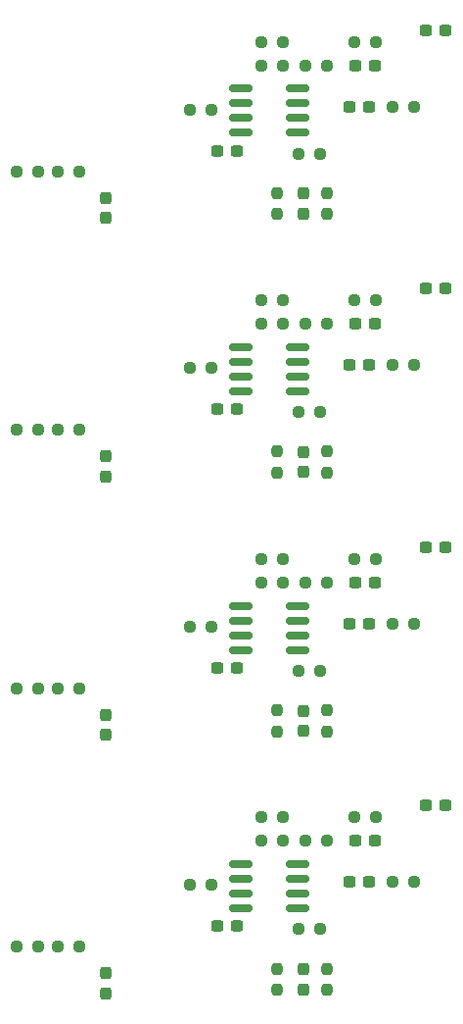
<source format=gbr>
%TF.GenerationSoftware,KiCad,Pcbnew,7.0.9*%
%TF.CreationDate,2023-12-02T23:05:05+09:00*%
%TF.ProjectId,kikit,6b696b69-742e-46b6-9963-61645f706362,rev?*%
%TF.SameCoordinates,Original*%
%TF.FileFunction,Paste,Top*%
%TF.FilePolarity,Positive*%
%FSLAX46Y46*%
G04 Gerber Fmt 4.6, Leading zero omitted, Abs format (unit mm)*
G04 Created by KiCad (PCBNEW 7.0.9) date 2023-12-02 23:05:05*
%MOMM*%
%LPD*%
G01*
G04 APERTURE LIST*
G04 Aperture macros list*
%AMRoundRect*
0 Rectangle with rounded corners*
0 $1 Rounding radius*
0 $2 $3 $4 $5 $6 $7 $8 $9 X,Y pos of 4 corners*
0 Add a 4 corners polygon primitive as box body*
4,1,4,$2,$3,$4,$5,$6,$7,$8,$9,$2,$3,0*
0 Add four circle primitives for the rounded corners*
1,1,$1+$1,$2,$3*
1,1,$1+$1,$4,$5*
1,1,$1+$1,$6,$7*
1,1,$1+$1,$8,$9*
0 Add four rect primitives between the rounded corners*
20,1,$1+$1,$2,$3,$4,$5,0*
20,1,$1+$1,$4,$5,$6,$7,0*
20,1,$1+$1,$6,$7,$8,$9,0*
20,1,$1+$1,$8,$9,$2,$3,0*%
G04 Aperture macros list end*
%ADD10RoundRect,0.237500X0.300000X0.237500X-0.300000X0.237500X-0.300000X-0.237500X0.300000X-0.237500X0*%
%ADD11RoundRect,0.237500X0.250000X0.237500X-0.250000X0.237500X-0.250000X-0.237500X0.250000X-0.237500X0*%
%ADD12RoundRect,0.237500X0.237500X-0.300000X0.237500X0.300000X-0.237500X0.300000X-0.237500X-0.300000X0*%
%ADD13RoundRect,0.237500X-0.237500X0.300000X-0.237500X-0.300000X0.237500X-0.300000X0.237500X0.300000X0*%
%ADD14RoundRect,0.237500X-0.250000X-0.237500X0.250000X-0.237500X0.250000X0.237500X-0.250000X0.237500X0*%
%ADD15RoundRect,0.237500X-0.237500X0.250000X-0.237500X-0.250000X0.237500X-0.250000X0.237500X0.250000X0*%
%ADD16RoundRect,0.150000X0.825000X0.150000X-0.825000X0.150000X-0.825000X-0.150000X0.825000X-0.150000X0*%
%ADD17RoundRect,0.237500X-0.300000X-0.237500X0.300000X-0.237500X0.300000X0.237500X-0.300000X0.237500X0*%
%ADD18RoundRect,0.237500X0.237500X-0.250000X0.237500X0.250000X-0.237500X0.250000X-0.237500X-0.250000X0*%
G04 APERTURE END LIST*
D10*
%TO.C,C5*%
X182105000Y-29048000D03*
X180380000Y-29048000D03*
%TD*%
D11*
%TO.C,R10*%
X171233000Y-62036000D03*
X169408000Y-62036000D03*
%TD*%
D10*
%TO.C,C7*%
X176009000Y-32096000D03*
X174284000Y-32096000D03*
%TD*%
D11*
%TO.C,R7*%
X171844500Y-54416000D03*
X170019500Y-54416000D03*
%TD*%
D12*
%TO.C,C3*%
X169812500Y-111856500D03*
X169812500Y-110131500D03*
%TD*%
D10*
%TO.C,C4*%
X175501000Y-102612000D03*
X173776000Y-102612000D03*
%TD*%
D13*
%TO.C,C2*%
X152676000Y-110486000D03*
X152676000Y-112211000D03*
%TD*%
D14*
%TO.C,R8*%
X160010000Y-35906000D03*
X161835000Y-35906000D03*
%TD*%
D12*
%TO.C,C3*%
X169812500Y-44896500D03*
X169812500Y-43171500D03*
%TD*%
D15*
%TO.C,R4*%
X171844500Y-65441500D03*
X171844500Y-67266500D03*
%TD*%
D10*
%TO.C,C7*%
X176009000Y-76736000D03*
X174284000Y-76736000D03*
%TD*%
D16*
%TO.C,U3*%
X169304500Y-104874500D03*
X169304500Y-103604500D03*
X169304500Y-102334500D03*
X169304500Y-101064500D03*
X164354500Y-101064500D03*
X164354500Y-102334500D03*
X164354500Y-103604500D03*
X164354500Y-104874500D03*
%TD*%
D14*
%TO.C,R2*%
X145009000Y-108200000D03*
X146834000Y-108200000D03*
%TD*%
D11*
%TO.C,R12*%
X176059000Y-97024000D03*
X174234000Y-97024000D03*
%TD*%
D14*
%TO.C,R8*%
X160010000Y-102866000D03*
X161835000Y-102866000D03*
%TD*%
D17*
%TO.C,C6*%
X162346000Y-39462000D03*
X164071000Y-39462000D03*
%TD*%
D11*
%TO.C,R5*%
X179361000Y-80292000D03*
X177536000Y-80292000D03*
%TD*%
D14*
%TO.C,R11*%
X166209500Y-97024000D03*
X168034500Y-97024000D03*
%TD*%
D11*
%TO.C,R12*%
X176059000Y-74704000D03*
X174234000Y-74704000D03*
%TD*%
D16*
%TO.C,U3*%
X169304500Y-37914500D03*
X169304500Y-36644500D03*
X169304500Y-35374500D03*
X169304500Y-34104500D03*
X164354500Y-34104500D03*
X164354500Y-35374500D03*
X164354500Y-36644500D03*
X164354500Y-37914500D03*
%TD*%
D17*
%TO.C,C6*%
X162346000Y-61782000D03*
X164071000Y-61782000D03*
%TD*%
D12*
%TO.C,C3*%
X169812500Y-67216500D03*
X169812500Y-65491500D03*
%TD*%
D17*
%TO.C,C6*%
X162346000Y-106422000D03*
X164071000Y-106422000D03*
%TD*%
D10*
%TO.C,C7*%
X176009000Y-54416000D03*
X174284000Y-54416000D03*
%TD*%
D14*
%TO.C,R1*%
X148565000Y-63560000D03*
X150390000Y-63560000D03*
%TD*%
D18*
%TO.C,R9*%
X167526500Y-111906500D03*
X167526500Y-110081500D03*
%TD*%
D10*
%TO.C,C5*%
X182105000Y-96008000D03*
X180380000Y-96008000D03*
%TD*%
%TO.C,C4*%
X175501000Y-80292000D03*
X173776000Y-80292000D03*
%TD*%
D11*
%TO.C,R10*%
X171233000Y-39716000D03*
X169408000Y-39716000D03*
%TD*%
D13*
%TO.C,C2*%
X152676000Y-88166000D03*
X152676000Y-89891000D03*
%TD*%
D10*
%TO.C,C5*%
X182105000Y-73688000D03*
X180380000Y-73688000D03*
%TD*%
D11*
%TO.C,R12*%
X176059000Y-30064000D03*
X174234000Y-30064000D03*
%TD*%
D15*
%TO.C,R4*%
X171844500Y-87761500D03*
X171844500Y-89586500D03*
%TD*%
D14*
%TO.C,R11*%
X166209500Y-52384000D03*
X168034500Y-52384000D03*
%TD*%
D11*
%TO.C,R10*%
X171233000Y-84356000D03*
X169408000Y-84356000D03*
%TD*%
D14*
%TO.C,R1*%
X148565000Y-41240000D03*
X150390000Y-41240000D03*
%TD*%
%TO.C,R8*%
X160010000Y-58226000D03*
X161835000Y-58226000D03*
%TD*%
D11*
%TO.C,R5*%
X179361000Y-57972000D03*
X177536000Y-57972000D03*
%TD*%
D16*
%TO.C,U3*%
X169304500Y-82554500D03*
X169304500Y-81284500D03*
X169304500Y-80014500D03*
X169304500Y-78744500D03*
X164354500Y-78744500D03*
X164354500Y-80014500D03*
X164354500Y-81284500D03*
X164354500Y-82554500D03*
%TD*%
D10*
%TO.C,C4*%
X175501000Y-57972000D03*
X173776000Y-57972000D03*
%TD*%
D13*
%TO.C,C2*%
X152676000Y-65846000D03*
X152676000Y-67571000D03*
%TD*%
D14*
%TO.C,R6*%
X166209500Y-99056000D03*
X168034500Y-99056000D03*
%TD*%
%TO.C,R6*%
X166209500Y-76736000D03*
X168034500Y-76736000D03*
%TD*%
D17*
%TO.C,C6*%
X162346000Y-84102000D03*
X164071000Y-84102000D03*
%TD*%
D14*
%TO.C,R2*%
X145009000Y-85880000D03*
X146834000Y-85880000D03*
%TD*%
D13*
%TO.C,C2*%
X152676000Y-43526000D03*
X152676000Y-45251000D03*
%TD*%
D10*
%TO.C,C4*%
X175501000Y-35652000D03*
X173776000Y-35652000D03*
%TD*%
%TO.C,C5*%
X182105000Y-51368000D03*
X180380000Y-51368000D03*
%TD*%
D11*
%TO.C,R7*%
X171844500Y-99056000D03*
X170019500Y-99056000D03*
%TD*%
D14*
%TO.C,R1*%
X148565000Y-85880000D03*
X150390000Y-85880000D03*
%TD*%
D11*
%TO.C,R5*%
X179361000Y-102612000D03*
X177536000Y-102612000D03*
%TD*%
D14*
%TO.C,R11*%
X166209500Y-74704000D03*
X168034500Y-74704000D03*
%TD*%
D11*
%TO.C,R7*%
X171844500Y-76736000D03*
X170019500Y-76736000D03*
%TD*%
D10*
%TO.C,C7*%
X176009000Y-99056000D03*
X174284000Y-99056000D03*
%TD*%
D16*
%TO.C,U3*%
X169304500Y-60234500D03*
X169304500Y-58964500D03*
X169304500Y-57694500D03*
X169304500Y-56424500D03*
X164354500Y-56424500D03*
X164354500Y-57694500D03*
X164354500Y-58964500D03*
X164354500Y-60234500D03*
%TD*%
D15*
%TO.C,R4*%
X171844500Y-110081500D03*
X171844500Y-111906500D03*
%TD*%
D11*
%TO.C,R5*%
X179361000Y-35652000D03*
X177536000Y-35652000D03*
%TD*%
D14*
%TO.C,R6*%
X166209500Y-54416000D03*
X168034500Y-54416000D03*
%TD*%
D11*
%TO.C,R10*%
X171233000Y-106676000D03*
X169408000Y-106676000D03*
%TD*%
D14*
%TO.C,R11*%
X166209500Y-30064000D03*
X168034500Y-30064000D03*
%TD*%
D12*
%TO.C,C3*%
X169812500Y-89536500D03*
X169812500Y-87811500D03*
%TD*%
D14*
%TO.C,R2*%
X145009000Y-63560000D03*
X146834000Y-63560000D03*
%TD*%
%TO.C,R8*%
X160010000Y-80546000D03*
X161835000Y-80546000D03*
%TD*%
D18*
%TO.C,R9*%
X167526500Y-44946500D03*
X167526500Y-43121500D03*
%TD*%
D14*
%TO.C,R6*%
X166209500Y-32096000D03*
X168034500Y-32096000D03*
%TD*%
D18*
%TO.C,R9*%
X167526500Y-67266500D03*
X167526500Y-65441500D03*
%TD*%
D15*
%TO.C,R4*%
X171844500Y-43121500D03*
X171844500Y-44946500D03*
%TD*%
D18*
%TO.C,R9*%
X167526500Y-89586500D03*
X167526500Y-87761500D03*
%TD*%
D11*
%TO.C,R7*%
X171844500Y-32096000D03*
X170019500Y-32096000D03*
%TD*%
D14*
%TO.C,R1*%
X148565000Y-108200000D03*
X150390000Y-108200000D03*
%TD*%
%TO.C,R2*%
X145009000Y-41240000D03*
X146834000Y-41240000D03*
%TD*%
D11*
%TO.C,R12*%
X176059000Y-52384000D03*
X174234000Y-52384000D03*
%TD*%
M02*

</source>
